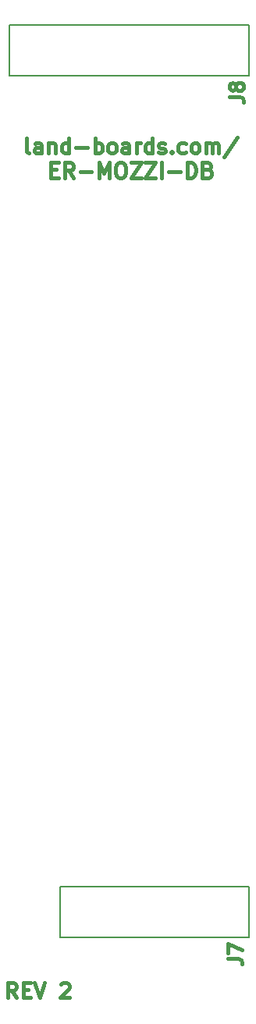
<source format=gto>
%TF.GenerationSoftware,KiCad,Pcbnew,(6.0.1)*%
%TF.CreationDate,2022-11-20T20:42:09-05:00*%
%TF.ProjectId,ER-PROTO-02-MOZZI-DB,45522d50-524f-4544-9f2d-30322d4d4f5a,1*%
%TF.SameCoordinates,Original*%
%TF.FileFunction,Legend,Top*%
%TF.FilePolarity,Positive*%
%FSLAX46Y46*%
G04 Gerber Fmt 4.6, Leading zero omitted, Abs format (unit mm)*
G04 Created by KiCad (PCBNEW (6.0.1)) date 2022-11-20 20:42:09*
%MOMM*%
%LPD*%
G01*
G04 APERTURE LIST*
%ADD10C,0.150000*%
%ADD11C,0.381000*%
G04 APERTURE END LIST*
D10*
X105000000Y-104000000D02*
X125500000Y-104000000D01*
X125500000Y-104000000D02*
X125500000Y-109500000D01*
X125500000Y-109500000D02*
X105000000Y-109500000D01*
X105000000Y-109500000D02*
X105000000Y-104000000D01*
X99500000Y-10500000D02*
X125500000Y-10500000D01*
X125500000Y-10500000D02*
X125500000Y-16000000D01*
X125500000Y-16000000D02*
X99500000Y-16000000D01*
X99500000Y-16000000D02*
X99500000Y-10500000D01*
D11*
X100257428Y-116062880D02*
X99707095Y-115276690D01*
X99314000Y-116062880D02*
X99314000Y-114411880D01*
X99942952Y-114411880D01*
X100100190Y-114490500D01*
X100178809Y-114569119D01*
X100257428Y-114726357D01*
X100257428Y-114962214D01*
X100178809Y-115119452D01*
X100100190Y-115198071D01*
X99942952Y-115276690D01*
X99314000Y-115276690D01*
X100965000Y-115198071D02*
X101515333Y-115198071D01*
X101751190Y-116062880D02*
X100965000Y-116062880D01*
X100965000Y-114411880D01*
X101751190Y-114411880D01*
X102222904Y-114411880D02*
X102773238Y-116062880D01*
X103323571Y-114411880D01*
X105053190Y-114569119D02*
X105131809Y-114490500D01*
X105289047Y-114411880D01*
X105682142Y-114411880D01*
X105839380Y-114490500D01*
X105918000Y-114569119D01*
X105996619Y-114726357D01*
X105996619Y-114883595D01*
X105918000Y-115119452D01*
X104974571Y-116062880D01*
X105996619Y-116062880D01*
X101603023Y-24436825D02*
X101445785Y-24358206D01*
X101367166Y-24200968D01*
X101367166Y-22785825D01*
X102939547Y-24436825D02*
X102939547Y-23572016D01*
X102860928Y-23414778D01*
X102703690Y-23336159D01*
X102389214Y-23336159D01*
X102231976Y-23414778D01*
X102939547Y-24358206D02*
X102782309Y-24436825D01*
X102389214Y-24436825D01*
X102231976Y-24358206D01*
X102153357Y-24200968D01*
X102153357Y-24043730D01*
X102231976Y-23886492D01*
X102389214Y-23807873D01*
X102782309Y-23807873D01*
X102939547Y-23729254D01*
X103725738Y-23336159D02*
X103725738Y-24436825D01*
X103725738Y-23493397D02*
X103804357Y-23414778D01*
X103961595Y-23336159D01*
X104197452Y-23336159D01*
X104354690Y-23414778D01*
X104433309Y-23572016D01*
X104433309Y-24436825D01*
X105927071Y-24436825D02*
X105927071Y-22785825D01*
X105927071Y-24358206D02*
X105769833Y-24436825D01*
X105455357Y-24436825D01*
X105298119Y-24358206D01*
X105219500Y-24279587D01*
X105140880Y-24122349D01*
X105140880Y-23650635D01*
X105219500Y-23493397D01*
X105298119Y-23414778D01*
X105455357Y-23336159D01*
X105769833Y-23336159D01*
X105927071Y-23414778D01*
X106713261Y-23807873D02*
X107971166Y-23807873D01*
X108757357Y-24436825D02*
X108757357Y-22785825D01*
X108757357Y-23414778D02*
X108914595Y-23336159D01*
X109229071Y-23336159D01*
X109386309Y-23414778D01*
X109464928Y-23493397D01*
X109543547Y-23650635D01*
X109543547Y-24122349D01*
X109464928Y-24279587D01*
X109386309Y-24358206D01*
X109229071Y-24436825D01*
X108914595Y-24436825D01*
X108757357Y-24358206D01*
X110486976Y-24436825D02*
X110329738Y-24358206D01*
X110251119Y-24279587D01*
X110172500Y-24122349D01*
X110172500Y-23650635D01*
X110251119Y-23493397D01*
X110329738Y-23414778D01*
X110486976Y-23336159D01*
X110722833Y-23336159D01*
X110880071Y-23414778D01*
X110958690Y-23493397D01*
X111037309Y-23650635D01*
X111037309Y-24122349D01*
X110958690Y-24279587D01*
X110880071Y-24358206D01*
X110722833Y-24436825D01*
X110486976Y-24436825D01*
X112452452Y-24436825D02*
X112452452Y-23572016D01*
X112373833Y-23414778D01*
X112216595Y-23336159D01*
X111902119Y-23336159D01*
X111744880Y-23414778D01*
X112452452Y-24358206D02*
X112295214Y-24436825D01*
X111902119Y-24436825D01*
X111744880Y-24358206D01*
X111666261Y-24200968D01*
X111666261Y-24043730D01*
X111744880Y-23886492D01*
X111902119Y-23807873D01*
X112295214Y-23807873D01*
X112452452Y-23729254D01*
X113238642Y-24436825D02*
X113238642Y-23336159D01*
X113238642Y-23650635D02*
X113317261Y-23493397D01*
X113395880Y-23414778D01*
X113553119Y-23336159D01*
X113710357Y-23336159D01*
X114968261Y-24436825D02*
X114968261Y-22785825D01*
X114968261Y-24358206D02*
X114811023Y-24436825D01*
X114496547Y-24436825D01*
X114339309Y-24358206D01*
X114260690Y-24279587D01*
X114182071Y-24122349D01*
X114182071Y-23650635D01*
X114260690Y-23493397D01*
X114339309Y-23414778D01*
X114496547Y-23336159D01*
X114811023Y-23336159D01*
X114968261Y-23414778D01*
X115675833Y-24358206D02*
X115833071Y-24436825D01*
X116147547Y-24436825D01*
X116304785Y-24358206D01*
X116383404Y-24200968D01*
X116383404Y-24122349D01*
X116304785Y-23965111D01*
X116147547Y-23886492D01*
X115911690Y-23886492D01*
X115754452Y-23807873D01*
X115675833Y-23650635D01*
X115675833Y-23572016D01*
X115754452Y-23414778D01*
X115911690Y-23336159D01*
X116147547Y-23336159D01*
X116304785Y-23414778D01*
X117090976Y-24279587D02*
X117169595Y-24358206D01*
X117090976Y-24436825D01*
X117012357Y-24358206D01*
X117090976Y-24279587D01*
X117090976Y-24436825D01*
X118584738Y-24358206D02*
X118427500Y-24436825D01*
X118113023Y-24436825D01*
X117955785Y-24358206D01*
X117877166Y-24279587D01*
X117798547Y-24122349D01*
X117798547Y-23650635D01*
X117877166Y-23493397D01*
X117955785Y-23414778D01*
X118113023Y-23336159D01*
X118427500Y-23336159D01*
X118584738Y-23414778D01*
X119528166Y-24436825D02*
X119370928Y-24358206D01*
X119292309Y-24279587D01*
X119213690Y-24122349D01*
X119213690Y-23650635D01*
X119292309Y-23493397D01*
X119370928Y-23414778D01*
X119528166Y-23336159D01*
X119764023Y-23336159D01*
X119921261Y-23414778D01*
X119999880Y-23493397D01*
X120078500Y-23650635D01*
X120078500Y-24122349D01*
X119999880Y-24279587D01*
X119921261Y-24358206D01*
X119764023Y-24436825D01*
X119528166Y-24436825D01*
X120786071Y-24436825D02*
X120786071Y-23336159D01*
X120786071Y-23493397D02*
X120864690Y-23414778D01*
X121021928Y-23336159D01*
X121257785Y-23336159D01*
X121415023Y-23414778D01*
X121493642Y-23572016D01*
X121493642Y-24436825D01*
X121493642Y-23572016D02*
X121572261Y-23414778D01*
X121729500Y-23336159D01*
X121965357Y-23336159D01*
X122122595Y-23414778D01*
X122201214Y-23572016D01*
X122201214Y-24436825D01*
X124166690Y-22707206D02*
X122751547Y-24829921D01*
X104000904Y-26230126D02*
X104551238Y-26230126D01*
X104787095Y-27094935D02*
X104000904Y-27094935D01*
X104000904Y-25443935D01*
X104787095Y-25443935D01*
X106438095Y-27094935D02*
X105887761Y-26308745D01*
X105494666Y-27094935D02*
X105494666Y-25443935D01*
X106123619Y-25443935D01*
X106280857Y-25522555D01*
X106359476Y-25601174D01*
X106438095Y-25758412D01*
X106438095Y-25994269D01*
X106359476Y-26151507D01*
X106280857Y-26230126D01*
X106123619Y-26308745D01*
X105494666Y-26308745D01*
X107145666Y-26465983D02*
X108403571Y-26465983D01*
X109189761Y-27094935D02*
X109189761Y-25443935D01*
X109740095Y-26623221D01*
X110290428Y-25443935D01*
X110290428Y-27094935D01*
X111391095Y-25443935D02*
X111705571Y-25443935D01*
X111862809Y-25522555D01*
X112020047Y-25679793D01*
X112098666Y-25994269D01*
X112098666Y-26544602D01*
X112020047Y-26859078D01*
X111862809Y-27016316D01*
X111705571Y-27094935D01*
X111391095Y-27094935D01*
X111233857Y-27016316D01*
X111076619Y-26859078D01*
X110998000Y-26544602D01*
X110998000Y-25994269D01*
X111076619Y-25679793D01*
X111233857Y-25522555D01*
X111391095Y-25443935D01*
X112649000Y-25443935D02*
X113749666Y-25443935D01*
X112649000Y-27094935D01*
X113749666Y-27094935D01*
X114221380Y-25443935D02*
X115322047Y-25443935D01*
X114221380Y-27094935D01*
X115322047Y-27094935D01*
X115951000Y-27094935D02*
X115951000Y-25443935D01*
X116737190Y-26465983D02*
X117995095Y-26465983D01*
X118781285Y-27094935D02*
X118781285Y-25443935D01*
X119174380Y-25443935D01*
X119410238Y-25522555D01*
X119567476Y-25679793D01*
X119646095Y-25837031D01*
X119724714Y-26151507D01*
X119724714Y-26387364D01*
X119646095Y-26701840D01*
X119567476Y-26859078D01*
X119410238Y-27016316D01*
X119174380Y-27094935D01*
X118781285Y-27094935D01*
X120982619Y-26230126D02*
X121218476Y-26308745D01*
X121297095Y-26387364D01*
X121375714Y-26544602D01*
X121375714Y-26780459D01*
X121297095Y-26937697D01*
X121218476Y-27016316D01*
X121061238Y-27094935D01*
X120432285Y-27094935D01*
X120432285Y-25443935D01*
X120982619Y-25443935D01*
X121139857Y-25522555D01*
X121218476Y-25601174D01*
X121297095Y-25758412D01*
X121297095Y-25915650D01*
X121218476Y-26072888D01*
X121139857Y-26151507D01*
X120982619Y-26230126D01*
X120432285Y-26230126D01*
%TO.C,J8*%
X123371428Y-18288000D02*
X124460000Y-18288000D01*
X124677714Y-18360571D01*
X124822857Y-18505714D01*
X124895428Y-18723428D01*
X124895428Y-18868571D01*
X124024571Y-17344571D02*
X123952000Y-17489714D01*
X123879428Y-17562285D01*
X123734285Y-17634857D01*
X123661714Y-17634857D01*
X123516571Y-17562285D01*
X123444000Y-17489714D01*
X123371428Y-17344571D01*
X123371428Y-17054285D01*
X123444000Y-16909142D01*
X123516571Y-16836571D01*
X123661714Y-16764000D01*
X123734285Y-16764000D01*
X123879428Y-16836571D01*
X123952000Y-16909142D01*
X124024571Y-17054285D01*
X124024571Y-17344571D01*
X124097142Y-17489714D01*
X124169714Y-17562285D01*
X124314857Y-17634857D01*
X124605142Y-17634857D01*
X124750285Y-17562285D01*
X124822857Y-17489714D01*
X124895428Y-17344571D01*
X124895428Y-17054285D01*
X124822857Y-16909142D01*
X124750285Y-16836571D01*
X124605142Y-16764000D01*
X124314857Y-16764000D01*
X124169714Y-16836571D01*
X124097142Y-16909142D01*
X124024571Y-17054285D01*
%TO.C,J7*%
X123165434Y-111760000D02*
X124254006Y-111760000D01*
X124471720Y-111832571D01*
X124616863Y-111977714D01*
X124689434Y-112195428D01*
X124689434Y-112340571D01*
X123165434Y-111179428D02*
X123165434Y-110163428D01*
X124689434Y-110816571D01*
%TD*%
M02*

</source>
